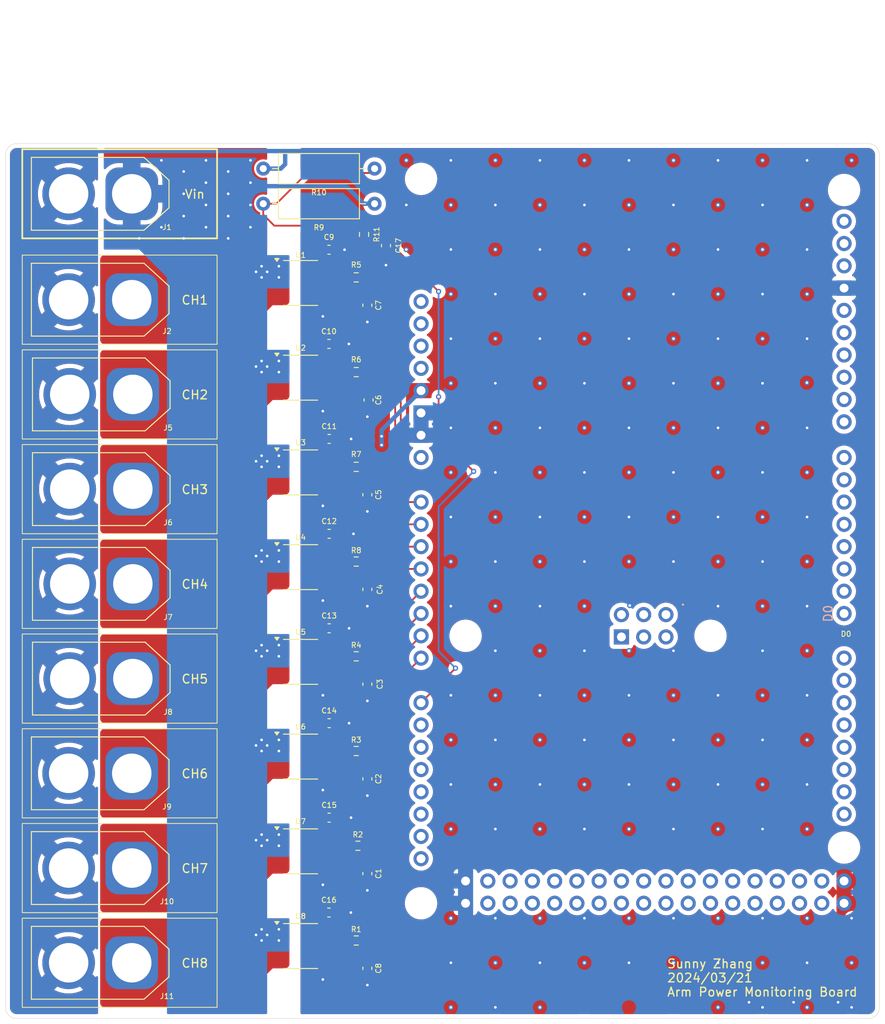
<source format=kicad_pcb>
(kicad_pcb (version 20240108) (generator "pcbnew") (generator_version "8.0")
  (layers (0 "F.Cu" signal) (31 "B.Cu" signal) (34 "B.Paste" user) (35 "F.Paste" user) (36 "B.SilkS" user "B.Silkscreen") (37 "F.SilkS" user "F.Silkscreen") (38 "B.Mask" user) (39 "F.Mask" user) (44 "Edge.Cuts" user))
  (net 0 "")
  (net 13 "+5V")
  (net 48 "Power Supply -")
  (net 59 "Net-(U8-VIOUT)")
  (net 63 "Net-(U7-VIOUT)")
  (net 71 "Net-(U6-VIOUT)")
  (net 72 "Net-(U5-VIOUT)")
  (net 75 "GND")
  (net 76 "Power Supply +")
  (net 77 "Arduino Mega A4")
  (net 78 "Arduino Mega A7")
  (net 79 "Arduino Mega A5")
  (net 80 "Arduino Mega A0")
  (net 81 "Arduino Mega A1")
  (net 82 "Arduino Mega A3")
  (net 83 "Arduino Mega A6")
  (net 84 "Arduino Mega A2")
  (net 85 "Motor 1 +")
  (net 86 "Motor 2 +")
  (net 87 "Motor 3 +")
  (net 88 "Motor 4 +")
  (net 89 "Motor 5 +")
  (net 90 "Motor 6 +")
  (net 91 "Motor 7 +")
  (net 92 "Motor 8 +")
  (net 100 "Net-(U1-VIOUT)")
  (net 101 "Net-(U2-VIOUT)")
  (net 102 "Net-(U3-VIOUT)")
  (net 103 "Net-(U4-VIOUT)")
  (net 104 "Arduino Mega A8")
  (net 105 "Net-(R10-Pad1)")
  (footprint "Capacitor_SMD:C_0603_1608Metric" (layer "F.Cu") (at 142.875 127.635 -90)
    (property "Reference" "C8")
    (property "Value" "0.1u")
  )
  (footprint "Package_SO:SOIC-8_3.9x4.9mm_P1.27mm" (layer "F.Cu") (at 135.255 125.095)
    (property "Reference" "U8")
    (property "Value" "ACS711xLCTR-25AB")
  )
  (footprint "Connector_AMASS:AMASS_XT60-M_1x02_P7.20mm_Vertical" (layer "F.Cu") (at 115.995 39.37 180)
    (property "Reference" "J1")
    (property "Value" "Conn_01x02_Pin")
  )
  (footprint "Capacitor_SMD:C_0603_1608Metric" (layer "F.Cu") (at 142.875 95.25 -90)
    (property "Reference" "C3")
    (property "Value" "0.1u")
  )
  (footprint "Resistor_SMD:R_0603_1608Metric" (layer "F.Cu") (at 141.605 70.485)
    (property "Reference" "R7")
    (property "Value" "100R")
  )
  (footprint "Package_SO:SOIC-8_3.9x4.9mm_P1.27mm" (layer "F.Cu") (at 135.255 60.325)
    (property "Reference" "U2")
    (property "Value" "ACS711xLCTR-25AB")
  )
  (footprint "Resistor_THT:R_Axial_DIN0309_L9.0mm_D3.2mm_P12.70mm_Horizontal" (layer "F.Cu") (at 143.7 40.5 180)
    (property "Reference" "R9")
    (property "Value" "R")
  )
  (footprint "Resistor_SMD:R_0603_1608Metric" (layer "F.Cu") (at 141.605 102.87)
    (property "Reference" "R3")
    (property "Value" "100R")
  )
  (footprint "Connector_AMASS:AMASS_XT60-M_1x02_P7.20mm_Vertical" (layer "F.Cu") (at 115.995 105.41 180)
    (property "Reference" "J9")
    (property "Value" "Conn_01x02_Pin")
  )
  (footprint "Connector_AMASS:AMASS_XT60-M_1x02_P7.20mm_Vertical" (layer "F.Cu") (at 116.12 83.82 180)
    (property "Reference" "J7")
    (property "Value" "Conn_01x02_Pin")
  )
  (footprint "Capacitor_SMD:C_0603_1608Metric" (layer "F.Cu") (at 145 45.275 -90)
    (property "Reference" "C17")
    (property "Value" "0.1u")
  )
  (footprint "Connector_AMASS:AMASS_XT60-M_1x02_P7.20mm_Vertical" (layer "F.Cu") (at 115.995 51.435 180)
    (property "Reference" "J2")
    (property "Value" "Conn_01x02_Pin")
  )
  (footprint "Connector_AMASS:AMASS_XT60-M_1x02_P7.20mm_Vertical" (layer "F.Cu") (at 116.12 62.23 180)
    (property "Reference" "J5")
    (property "Value" "Conn_01x02_Pin")
  )
  (footprint "Connector_AMASS:AMASS_XT60-M_1x02_P7.20mm_Vertical" (layer "F.Cu") (at 116.12 73.025 180)
    (property "Reference" "J6")
    (property "Value" "Conn_01x02_Pin")
  )
  (footprint "Connector_AMASS:AMASS_XT60-M_1x02_P7.20mm_Vertical" (layer "F.Cu") (at 115.995 116.205 180)
    (property "Reference" "J10")
    (property "Value" "Conn_01x02_Pin")
  )
  (footprint "arduino-library:Arduino_Mega2560_R3_Shield" (layer "F.Cu") (at 146.46 23.7 -90)
    (property "Reference" "A2" (hide yes))
    (property "Value" "Arduino_Mega2560_R3_Shield")
  )
  (footprint "Connector_AMASS:AMASS_XT60-M_1x02_P7.20mm_Vertical" (layer "F.Cu") (at 116.12 94.615 180)
    (property "Reference" "J8")
    (property "Value" "Conn_01x02_Pin")
  )
  (footprint "Capacitor_SMD:C_0603_1608Metric" (layer "F.Cu") (at 142.875 73.66 -90)
    (property "Reference" "C5")
    (property "Value" "0.1u")
  )
  (footprint "Resistor_SMD:R_0603_1608Metric" (layer "F.Cu") (at 141.605 124.46)
    (property "Reference" "R1")
    (property "Value" "100R")
  )
  (footprint "Capacitor_SMD:C_0603_1608Metric" (layer "F.Cu") (at 138.522267 67.303511)
    (property "Reference" "C11")
    (property "Value" "0.1u")
  )
  (footprint "Package_SO:SOIC-8_3.9x4.9mm_P1.27mm" (layer "F.Cu") (at 135.255 103.505)
    (property "Reference" "U6")
    (property "Value" "ACS711xLCTR-25AB")
  )
  (footprint "Package_SO:SOIC-8_3.9x4.9mm_P1.27mm" (layer "F.Cu") (at 135.255 49.53)
    (property "Reference" "U1")
    (property "Value" "ACS711xLCTR-25AB")
  )
  (footprint "Package_SO:SOIC-8_3.9x4.9mm_P1.27mm" (layer "F.Cu") (at 135.255 114.3)
    (property "Reference" "U7")
    (property "Value" "ACS711xLCTR-25AB")
  )
  (footprint "Capacitor_SMD:C_0603_1608Metric" (layer "F.Cu") (at 142.875 84.455 -90)
    (property "Reference" "C4")
    (property "Value" "0.1u")
  )
  (footprint "Capacitor_SMD:C_0603_1608Metric" (layer "F.Cu") (at 143.015 62.865 -90)
    (property "Reference" "C6")
    (property "Value" "0.1u")
  )
  (footprint "Capacitor_SMD:C_0603_1608Metric" (layer "F.Cu") (at 138.490514 121.279174)
    (property "Reference" "C16")
    (property "Value" "0.1u")
  )
  (footprint "Resistor_SMD:R_0603_1608Metric" (layer "F.Cu") (at 141.605 81.28)
    (property "Reference" "R8")
    (property "Value" "100R")
  )
  (footprint "Capacitor_SMD:C_0603_1608Metric" (layer "F.Cu") (at 142.875 116.84 -90)
    (property "Reference" "C1")
    (property "Value" "0.1u")
  )
  (footprint "Resistor_SMD:R_0603_1608Metric" (layer "F.Cu") (at 141.605 92.075)
    (property "Reference" "R4")
    (property "Value" "100R")
  )
  (footprint "Capacitor_SMD:C_0603_1608Metric" (layer "F.Cu") (at 138.499742 45.746334)
    (property "Reference" "C9")
    (property "Value" "0.1u")
  )
  (footprint "Capacitor_SMD:C_0603_1608Metric" (layer "F.Cu") (at 142.875 52.07 -90)
    (property "Reference" "C7")
    (property "Value" "0.1u")
  )
  (footprint "Connector_AMASS:AMASS_XT60-M_1x02_P7.20mm_Vertical" (layer "F.Cu") (at 115.995 127 180)
    (property "Reference" "J11")
    (property "Value" "Conn_01x02_Pin")
  )
  (footprint "Capacitor_SMD:C_0603_1608Metric" (layer "F.Cu") (at 138.515618 99.695591)
    (property "Reference" "C14")
    (property "Value" "0.1u")
  )
  (footprint "Resistor_SMD:R_0603_1608Metric" (layer "F.Cu") (at 141.605 48.895)
    (property "Reference" "R5")
    (property "Value" "100R")
  )
  (footprint "Resistor_THT:R_Axial_DIN0309_L9.0mm_D3.2mm_P12.70mm_Horizontal" (layer "F.Cu") (at 143.7 36.5 180)
    (property "Reference" "R10")
    (property "Value" "R")
  )
  (footprint "Capacitor_SMD:C_0603_1608Metric" (layer "F.Cu") (at 138.490876 56.477836)
    (property "Reference" "C10")
    (property "Value" "0.1u")
  )
  (footprint "Capacitor_SMD:C_0603_1608Metric" (layer "F.Cu") (at 142.875 106.045 -90)
    (property "Reference" "C2")
    (property "Value" "0.1u")
  )
  (footprint "Resistor_SMD:R_0603_1608Metric" (layer "F.Cu") (at 141.795 113.665)
    (property "Reference" "R2")
    (property "Value" "100R")
  )
  (footprint "Resistor_SMD:R_0603_1608Metric" (layer "F.Cu") (at 142.5 44 -90)
    (property "Reference" "R11")
    (property "Value" "100R")
  )
  (footprint "Resistor_SMD:R_0603_1608Metric" (layer "F.Cu") (at 141.605 59.69)
    (property "Reference" "R6")
    (property "Value" "100R")
  )
  (footprint "Capacitor_SMD:C_0603_1608Metric" (layer "F.Cu") (at 138.515618 88.883214)
    (property "Reference" "C13")
    (property "Value" "0.1u")
  )
  (footprint "Package_SO:SOIC-8_3.9x4.9mm_P1.27mm" (layer "F.Cu") (at 135.255 81.915)
    (property "Reference" "U4")
    (property "Value" "ACS711xLCTR-25AB")
  )
  (footprint "Capacitor_SMD:C_0603_1608Metric" (layer "F.Cu") (at 138.517835 78.115889)
    (property "Reference" "C12")
    (property "Value" "0.1u")
  )
  (footprint "Package_SO:SOIC-8_3.9x4.9mm_P1.27mm" (layer "F.Cu") (at 135.255 71.12)
    (property "Reference" "U3")
    (property "Value" "ACS711xLCTR-25AB")
  )
  (footprint "Package_SO:SOIC-8_3.9x4.9mm_P1.27mm" (layer "F.Cu") (at 135.255 92.71)
    (property "Reference" "U5")
    (property "Value" "ACS711xLCTR-25AB")
  )
  (footprint "Capacitor_SMD:C_0603_1608Metric" (layer "F.Cu") (at 138.515747 110.462917)
    (property "Reference" "C15")
    (property "Value" "0.1u")
  )
  (footprint "NetTie:NetTie-2_SMD_Pad0.5mm" (layer "B.Cu") (at 133 34.5)
    (property "Reference" "NT1" (hide yes))
    (property "Value" "NetTie_2" (hide yes))
  )
  (gr_rect (start 103.505 100.33) (end 125.73 110.49) (stroke (width 0.1)) (fill none) (layer "F.SilkS"))
  (gr_rect (start 103.505 111.125) (end 125.73 121.285) (stroke (width 0.1)) (fill none) (layer "F.SilkS"))
  (gr_rect (start 103.505 121.92) (end 125.73 132.08) (stroke (width 0.1)) (fill none) (layer "F.SilkS"))
  (gr_rect (start 103.505 89.535) (end 125.73 99.695) (stroke (width 0.1)) (fill none) (layer "F.SilkS"))
  (gr_rect (start 103.505 57.15) (end 125.73 67.31) (stroke (width 0.1)) (fill none) (layer "F.SilkS"))
  (gr_rect (start 103.505 34.29) (end 125.73 44.45) (stroke (width 0.2)) (fill none) (layer "F.SilkS"))
  (gr_rect (start 103.505 78.74) (end 125.73 88.9) (stroke (width 0.1)) (fill none) (layer "F.SilkS"))
  (gr_rect (start 103.505 67.945) (end 125.73 78.105) (stroke (width 0.1)) (fill none) (layer "F.SilkS"))
  (gr_rect (start 103.505 46.355) (end 125.73 56.515) (stroke (width 0.1)) (fill none) (layer "F.SilkS"))
  (gr_arc (start 102.87 133.35) (mid 101.971974 132.978026) (end 101.6 132.08) (stroke (width 0.05)) (layer "Edge.Cuts"))
  (gr_line (start 201.295 34.925) (end 201.295 132.08) (stroke (width 0.05)) (layer "Edge.Cuts"))
  (gr_arc (start 200.025 33.655) (mid 200.923026 34.026974) (end 201.295 34.925) (stroke (width 0.05)) (layer "Edge.Cuts"))
  (gr_line (start 102.87 33.655) (end 200.025 33.655) (stroke (width 0.05)) (layer "Edge.Cuts"))
  (gr_line (start 200.025 133.35) (end 102.87 133.35) (stroke (width 0.05)) (layer "Edge.Cuts"))
  (gr_arc (start 201.295 132.08) (mid 200.923026 132.978026) (end 200.025 133.35) (stroke (width 0.05)) (layer "Edge.Cuts"))
  (gr_arc (start 101.6 34.925) (mid 101.971974 34.026974) (end 102.87 33.655) (stroke (width 0.05)) (layer "Edge.Cuts"))
  (gr_line (start 101.6 132.08) (end 101.6 34.925) (stroke (width 0.05)) (layer "Edge.Cuts"))
  (gr_text "CH6" (at 123.19 106.045 0) (layer "F.SilkS") (effects (font (size 1 1)) (justify bottom)))
  (gr_text "CH7" (at 123.19 116.84 0) (layer "F.SilkS") (effects (font (size 1 1)) (justify bottom)))
  (gr_text "CH4" (at 123.19 84.455 0) (layer "F.SilkS") (effects (font (size 1 1)) (justify bottom)))
  (gr_text "Sunny Zhang\n2024/03/21\nArm Power Monitoring Board" (at 177 130.92 0) (layer "F.SilkS") (effects (font (size 1 1)) (justify left bottom)))
  (gr_text "CH3" (at 123.19 73.66 0) (layer "F.SilkS") (effects (font (size 1 1)) (justify bottom)))
  (gr_text "CH2" (at 123.19 62.865 0) (layer "F.SilkS") (effects (font (size 1 1)) (justify bottom)))
  (gr_text "Vin" (at 123.19 40.005 0) (layer "F.SilkS") (effects (font (size 1 1)) (justify bottom)))
  (gr_text "CH5" (at 123.19 95.25 0) (layer "F.SilkS") (effects (font (size 1 1)) (justify bottom)))
  (gr_text "CH1" (at 123.19 52.07 0) (layer "F.SilkS") (effects (font (size 1 1)) (justify bottom)))
  (gr_text "CH8" (at 123.19 127.635 0) (layer "F.SilkS") (effects (font (size 1 1)) (justify bottom)))
  (via (at 187.96 45.72) (size 0.6) (drill 0.3) (layers "F.Cu" "B.Cu") (net 13))
  (via (at 167.64 45.72) (size 0.6) (drill 0.3) (layers "F.Cu" "B.Cu") (net 13))
  (via (at 172.72 60.96) (size 0.6) (drill 0.3) (layers "F.Cu" "B.Cu") (net 13))
  (via (at 152.4 60.96) (size 0.6) (drill 0.3) (layers "F.Cu" "B.Cu") (net 13))
  (via (at 167.64 35.56) (size 0.6) (drill 0.3) (layers "F.Cu" "B.Cu") (net 13))
  (via (at 152.4 71.12) (size 0.6) (drill 0.3) (layers "F.Cu" "B.Cu") (net 13))
  (via (at 172.72 121.92) (size 0.6) (drill 0.3) (layers "F.Cu" "B.Cu") (net 13))
  (via (at 167.64 55.88) (size 0.6) (drill 0.3) (layers "F.Cu" "B.Cu") (net 13))
  (via (at 157.48 35.56) (size 0.6) (drill 0.3) (layers "F.Cu" "B.Cu") (net 13))
  (via (at 182.88 40.64) (size 0.6) (drill 0.3) (layers "F.Cu" "B.Cu") (net 13))
  (via (at 152.4 50.8) (size 0.6) (drill 0.3) (layers "F.Cu" "B.Cu") (net 13))
  (via (at 162.56 101.6) (size 0.6) (drill 0.3) (layers "F.Cu" "B.Cu") (net 13))
  (via (at 162.56 121.92) (size 0.6) (drill 0.3) (layers "F.Cu" "B.Cu") (net 13))
  (via (at 193.04 132.08) (size 0.6) (drill 0.3) (layers "F.Cu" "B.Cu") (net 13))
  (via (at 182.88 111.76) (size 0.6) (drill 0.3) (layers "F.Cu" "B.Cu") (net 13))
  (via (at 172.72 50.8) (size 0.6) (drill 0.3) (layers "F.Cu" "B.Cu") (net 13))
  (via (at 162.56 50.8) (size 0.6) (drill 0.3) (layers "F.Cu" "B.Cu") (net 13))
  (via (at 172.72 81.28) (size 0.6) (drill 0.3) (layers "F.Cu" "B.Cu") (net 13))
  (via (at 157.48 106.68) (size 0.6) (drill 0.3) (layers "F.Cu" "B.Cu") (net 13))
  (via (at 191.5 131.5) (size 0.6) (drill 0.3) (layers "F.Cu" "B.Cu") (net 13))
  (via (at 187.96 106.68) (size 0.6) (drill 0.3) (layers "F.Cu" "B.Cu") (net 13))
  (via (at 198.12 35.56) (size 0.6) (drill 0.3) (layers "F.Cu" "B.Cu") (net 13))
  (via (at 187.96 86.36) (size 0.6) (drill 0.3) (layers "F.Cu" "B.Cu") (net 13))
  (via (at 167.64 96.52) (size 0.6) (drill 0.3) (layers "F.Cu" "B.Cu") (net 13))
  (via (at 162.56 81.28) (size 0.6) (drill 0.3) (layers "F.Cu" "B.Cu") (net 13))
  (via (at 152.4 132.08) (size 0.6) (drill 0.3) (layers "F.Cu" "B.Cu") (net 13))
  (via (at 193.018347 60.895041) (size 0.6) (drill 0.3) (layers "F.Cu" "B.Cu") (net 13))
  (via (at 177.8 55.88) (size 0.6) (drill 0.3) (layers "F.Cu" "B.Cu") (net 13))
  (via (at 162.56 40.64) (size 0.6) (drill 0.3) (layers "F.Cu" "B.Cu") (net 13))
  (via (at 182.88 101.6) (size 0.6) (drill 0.3) (layers "F.Cu" "B.Cu") (net 13))
  (via (at 167.64 106.68) (size 0.6) (drill 0.3) (layers "F.Cu" "B.Cu") (net 13))
  (via (at 162.56 91.44) (size 0.6) (drill 0.3) (layers "F.Cu" "B.Cu") (net 13))
  (via (at 147.32 45.72) (size 0.6) (drill 0.3) (layers "F.Cu" "B.Cu") (net 13))
  (via (at 177.8 127) (size 0.6) (drill 0.3) (layers "F.Cu" "B.Cu") (net 13))
  (via (at 177.8 45.72) (size 0.6) (drill 0.3) (layers "F.Cu" "B.Cu") (net 13))
  (via (at 167.64 86.36) (size 0.6) (drill 0.3) (layers "F.Cu" "B.Cu") (net 13))
  (via (at 167.64 127) (size 0.6) (drill 0.3) (layers "F.Cu" "B.Cu") (net 13))
  (via (at 157.48 86.36) (size 0.6) (drill 0.3) (layers "F.Cu" "B.Cu") (net 13))
  (via (at 193.04 40.64) (size 0.6) (drill 0.3) (layers "F.Cu" "B.Cu") (net 13))
  (via (at 182.88 81.28) (size 0.6) (drill 0.3) (layers "F.Cu" "B.Cu") (net 13))
  (via (at 177.8 35.56) (size 0.6) (drill 0.3) (layers "F.Cu" "B.Cu") (net 13))
  (via (at 152.4 101.6) (size 0.6) (drill 0.3) (layers "F.Cu" "B.Cu") (net 13))
  (via (at 167.64 66.04) (size 0.6) (drill 0.3) (layers "F.Cu" "B.Cu") (net 13))
  (via (at 193.04 71.12) (size 0.6) (drill 0.3) (layers "F.Cu" "B.Cu") (net 13))
  (via (at 193.04 111.76) (size 0.6) (drill 0.3) (layers "F.Cu" "B.Cu") (net 13))
  (via (at 182.88 132.08) (size 0.6) (drill 0.3) (layers "F.Cu" "B.Cu") (net 13))
  (via (at 172.72 40.64) (size 0.6) (drill 0.3) (layers "F.Cu" "B.Cu") (net 13))
  (via (at 177.8 106.68) (size 0.6) (drill 0.3) (layers "F.Cu" "B.Cu") (net 13))
  (via (at 182.88 71.12) (size 0.6) (drill 0.3) (layers "F.Cu" "B.Cu") (net 13))
  (via (at 187.96 127) (size 0.6) (drill 0.3) (layers "F.Cu" "B.Cu") (net 13))
  (via (at 157.48 66.04) (size 0.6) (drill 0.3) (layers "F.Cu" "B.Cu") (net 13))
  (via (at 193.04 91.44) (size 0.6) (drill 0.3) (layers "F.Cu" "B.Cu") (net 13))
  (via (at 182.88 50.8) (size 0.6) (drill 0.3) (layers "F.Cu" "B.Cu") (net 13))
  (via (at 193.04 101.6) (size 0.6) (drill 0.3) (layers "F.Cu" "B.Cu") (net 13))
  (via (at 187.96 55.88) (size 0.6) (drill 0.3) (layers "F.Cu" "B.Cu") (net 13))
  (via (at 167.64 76.2) (size 0.6) (drill 0.3) (layers "F.Cu" "B.Cu") (net 13))
  (via (at 144.5 67) (size 0.6) (drill 0.3) (layers "F.Cu" "B.Cu") (net 13))
  (via (at 144.5 68) (size 0.6) (drill 0.3) (layers "F.Cu" "B.Cu") (net 13))
  (via (at 152.4 121.92) (size 0.6) (drill 0.3) (layers "F.Cu" "B.Cu") (net 13))
  (via (at 157.48 96.52) (size 0.6) (drill 0.3) (layers "F.Cu" "B.Cu") (net 13))
  (via (at 193.04 81.28) (size 0.6) (drill 0.3) (layers "F.Cu" "B.Cu") (net 13))
  (via (at 172.72 101.6) (size 0.6) (drill 0.3) (layers "F.Cu" "B.Cu") (net 13))
  (via (at 182.88 60.96) (size 0.6) (drill 0.3) (layers "F.Cu" "B.Cu") (net 13))
  (via (at 162.56 60.96) (size 0.6) (drill 0.3) (layers "F.Cu" "B.Cu") (net 13))
  (via (at 152.4 81.28) (size 0.6) (drill 0.3) (layers "F.Cu" "B.Cu") (net 13))
  (via (at 187.96 96.52) (size 0.6) (drill 0.3) (layers "F.Cu" "B.Cu") (net 13))
  (via (at 177.8 66.04) (size 0.6) (drill 0.3) (layers "F.Cu" "B.Cu") (net 13))
  (via (at 187.96 66.04) (size 0.6) (drill 0.3) (layers "F.Cu" "B.Cu") (net 13))
  (via (at 152.4 111.76) (size 0.6) (drill 0.3) (layers "F.Cu" "B.Cu") (net 13))
  (via (at 172.72 111.76) (size 0.6) (drill 0.3) (layers "F.Cu" "B.Cu") (net 13))
  (via (at 172.72 91.44) (size 0.6) (drill 0.3) (layers "F.Cu" "B.Cu") (net 13))
  (via (at 157.48 55.88) (size 0.6) (drill 0.3) (layers "F.Cu" "B.Cu") (net 13))
  (via (at 172.72 71.12) (size 0.6) (drill 0.3) (layers "F.Cu" "B.Cu") (net 13))
  (via (at 198.12 127) (size 0.6) (drill 0.3) (layers "F.Cu" "B.Cu") (net 13))
  (via (at 162.56 71.12) (size 0.6) (drill 0.3) (layers "F.Cu" "B.Cu") (net 13))
  (via (at 193.04 50.8) (size 0.6) (drill 0.3) (layers "F.Cu" "B.Cu") (net 13))
  (via (at 162.56 111.76) (size 0.6) (drill 0.3) (layers "F.Cu" "B.Cu") (net 13))
  (via (at 157.48 127) (size 0.6) (drill 0.3) (layers "F.Cu" "B.Cu") (net 13))
  (via (at 187.96 76.2) (size 0.6) (drill 0.3) (layers "F.Cu" "B.Cu") (net 13))
  (via (at 177.8 76.2) (size 0.6) (drill 0.3) (layers "F.Cu" "B.Cu") (net 13))
  (via (at 177.8 96.52) (size 0.6) (drill 0.3) (layers "F.Cu" "B.Cu") (net 13))
  (via (at 157.48 45.72) (size 0.6) (drill 0.3) (layers "F.Cu" "B.Cu") (net 13))
  (via (at 152.4 40.64) (size 0.6) (drill 0.3) (layers "F.Cu" "B.Cu") (net 13))
  (via (at 147.32 35.56) (size 0.6) (drill 0.3) (layers "F.Cu" "B.Cu") (net 13))
  (via (at 182.88 121.92) (size 0.6) (drill 0.3) (layers "F.Cu" "B.Cu") (net 13))
  (via (at 162.56 132.08) (size 0.6) (drill 0.3) (layers "F.Cu" "B.Cu") (net 13))
  (via (at 187.96 35.56) (size 0.6) (drill 0.3) (layers "F.Cu" "B.Cu") (net 13))
  (via (at 193.04 121.92) (size 0.6) (drill 0.3) (layers "F.Cu" "B.Cu") (net 13))
  (via (at 157.48 76.2) (size 0.6) (drill 0.3) (layers "F.Cu" "B.Cu") (net 13))
  (segment (start 144.5 66.3) (end 144.5 67) (width 0.5) (layer "B.Cu") (net 13))
  (segment (start 144.5 67) (end 144.5 68) (width 0.5) (layer "B.Cu") (net 13))
  (segment (start 149 61.8) (end 144.5 66.3) (width 0.5) (layer "B.Cu") (net 13))
  (segment (start 132.5 34.5) (end 111.5 34.5) (width 0.5) (layer "B.Cu") (net 48))
  (segment (start 140.78 124.46) (end 137.73 124.46) (width 0.2) (layer "F.Cu") (net 59))
  (segment (start 140.97 113.665) (end 137.73 113.665) (width 0.2) (layer "F.Cu") (net 63))
  (segment (start 140.78 102.87) (end 137.73 102.87) (width 0.2) (layer "F.Cu") (net 71))
  (segment (start 140.78 92.075) (end 137.73 92.075) (width 0.2) (layer "F.Cu") (net 72))
  (segment (start 139.290618 99.695591) (end 140.790618 99.695591) (width 0.2) (layer "F.Cu") (net 75))
  (segment (start 137.73 53.275) (end 137.795 53.34) (width 0.2) (layer "F.Cu") (net 75))
  (segment (start 137.73 107.25) (end 137.795 107.315) (width 0.2) (layer "F.Cu") (net 75))
  (segment (start 137.73 64.07) (end 137.795 64.135) (width 0.2) (layer "F.Cu") (net 75))
  (segment (start 137.73 83.82) (end 137.73 85.66) (width 0.2) (layer "F.Cu") (net 75))
  (segment (start 140.274742 45.746334) (end 139.274742 45.746334) (width 0.2) (layer "F.Cu") (net 75))
  (segment (start 137.73 94.615) (end 137.73 96.455) (width 0.2) (layer "F.Cu") (net 75))
  (segment (start 139.292835 78.115889) (end 139.792835 78.115889) (width 0.2) (layer "F.Cu") (net 75))
  (segment (start 142.875 128.41) (end 142.875 129.54) (width 0.2) (layer "F.Cu") (net 75))
  (segment (start 137.73 96.455) (end 137.795 96.52) (width 0.2) (layer "F.Cu") (net 75))
  (segment (start 137.73 105.41) (end 137.73 107.25) (width 0.2) (layer "F.Cu") (net 75))
  (segment (start 137.73 128.84) (end 137.795 128.905) (width 0.2) (layer "F.Cu") (net 75))
  (segment (start 139.265514 121.279174) (end 140.990514 121.279174) (width 0.2) (layer "F.Cu") (net 75))
  (segment (start 142.875 85.23) (end 142.875 86.36) (width 0.2) (layer "F.Cu") (net 75))
  (segment (start 137.73 127) (end 137.73 128.84) (width 0.2) (layer "F.Cu") (net 75))
  (segment (start 137.725 118.18) (end 137.795 118.11) (width 0.2) (layer "F.Cu") (net 75))
  (segment (start 145 46.05) (end 145 47.5) (width 0.2) (layer "F.Cu") (net 75))
  (segment (start 139.290747 110.462917) (end 141.015747 110.462917) (width 0.2) (layer "F.Cu") (net 75))
  (segment (start 139.265876 56.477836) (end 140.765876 56.477836) (width 0.2) (layer "F.Cu") (net 75))
  (segment (start 137.73 116.205) (end 137.73 118.045) (width 0.2) (layer "F.Cu") (net 75))
  (segment (start 139.297267 67.303511) (end 141.022267 67.303511) (width 0.2) (layer "F.Cu") (net 75))
  (segment (start 142.875 96.025) (end 142.875 97.155) (width 0.2) (layer "F.Cu") (net 75))
  (segment (start 142.875 52.845) (end 142.875 53.975) (width 0.2) (layer "F.Cu") (net 75))
  (segment (start 137.73 73.025) (end 137.73 74.865) (width 0.2) (layer "F.Cu") (net 75))
  (segment (start 143.015 63.64) (end 143.015 64.63) (width 0.2) (layer "F.Cu") (net 75))
  (segment (start 143.015 64.63) (end 142.875 64.77) (width 0.2) (layer "F.Cu") (net 75))
  (segment (start 137.657577 96.657423) (end 137.795 96.52) (width 0.2) (layer "F.Cu") (net 75))
  (segment (start 137.725 128.975) (end 137.795 128.905) (width 0.2) (layer "F.Cu") (net 75))
  (segment (start 142.875 74.435) (end 142.875 75.565) (width 0.2) (layer "F.Cu") (net 75))
  (segment (start 137.73 51.435) (end 137.73 53.275) (width 0.2) (layer "F.Cu") (net 75))
  (segment (start 137.775 74.95) (end 137.795 74.93) (width 0.2) (layer "F.Cu") (net 75))
  (segment (start 142.875 106.82) (end 142.875 107.95) (width 0.2) (layer "F.Cu") (net 75))
  (segment (start 139.290618 88.883214) (end 140.790618 88.883214) (width 0.2) (layer "F.Cu") (net 75))
  (segment (start 139.792835 78.115889) (end 141.292835 78.115889) (width 0.2) (layer "F.Cu") (net 75))
  (segment (start 137.73 118.045) (end 137.795 118.11) (width 0.2) (layer "F.Cu") (net 75))
  (segment (start 137.73 62.23) (end 137.73 64.07) (width 0.2) (layer "F.Cu") (net 75))
  (segment (start 137.73 85.66) (end 137.795 85.725) (width 0.2) (layer "F.Cu") (net 75))
  (segment (start 137.73 74.865) (end 137.795 74.93) (width 0.2) (layer "F.Cu") (net 75))
  (segment (start 142.875 117.615) (end 142.875 118.745) (width 0.2) (layer "F.Cu") (net 75))
  (via (at 198.12 121.92) (size 0.6) (drill 0.3) (layers "F.Cu" "B.Cu") (net 75))
  (via (at 140.765876 56.477836) (size 0.6) (drill 0.3) (layers "F.Cu" "B.Cu") (net 75))
  (via (at 157.48 40.64) (size 0.6) (drill 0.3) (layers "F.Cu" "B.Cu") (net 75))
  (via (at 162.56 76.2) (size 0.6) (drill 0.3) (layers "F.Cu" "B.Cu") (net 75))
  (via (at 193.04 66.04) (size 0.6) (drill 0.3) (layers "F.Cu" "B.Cu") (net 75))
  (via (at 186.42 131.5) (size 0.6) (drill 0.3) (layers "F.Cu" "B.Cu") (net 75))
  (via (at 157.48 81.28) (size 0.6) (drill 0.3) (layers "F.Cu" "B.Cu") (net 75))
  (via (at 187.96 40.64) (size 0.6) (drill 0.3) (layers "F.Cu" "B.Cu") (net 75))
  (via (at 152.4 35.56) (size 0.6) (drill 0.3) (layers "F.Cu" "B.Cu") (net 75))
  (via (at 182.88 66.04) (size 0.6) (drill 0.3) (layers "F.Cu" "B.Cu") (net 75))
  (via (at 172.72 35.56) (size 0.6) (drill 0.3) (layers "F.Cu" "B.Cu") (net 75))
  (via (at 187.96 132.08) (size 0.6) (drill 0.3) (layers "F.Cu" "B.Cu") (net 75))
  (via (at 162.56 96.52) (size 0.6) (drill 0.3) (layers "F.Cu" "B.Cu") (net 75))
  (via (at 167.64 81.28) (size 0.6) (drill 0.3) (layers "F.Cu" "B.Cu") (net 75))
  (via (at 152.4 127) (size 0.6) (drill 0.3) (layers "F.Cu" "B.Cu") (net 75))
  (via (at 140.790618 99.695591) (size 0.6) (drill 0.3) (layers "F.Cu" "B.Cu") (net 75))
  (via (at 177.8 91.44) (size 0.6) (drill 0.3) (layers "F.Cu" "B.Cu") (net 75))
  (via (at 167.64 50.8) (size 0.6) (drill 0.3) (layers "F.Cu" "B.Cu") (net 75))
  (via (at 182.88 55.88) (size 0.6) (drill 0.3) (layers "F.Cu" "B.Cu") (net 75))
  (via (at 182.88 106.68) (size 0.6) (drill 0.3) (layers "F.Cu" "B.Cu") (net 75))
  (via (at 167.64 91.44) (size 0.6) (drill 0.3) (layers "F.Cu" "B.Cu") (net 75))
  (via (at 172.72 127) (size 0.6) (drill 0.3) (layers "F.Cu" "B.Cu") (net 75))
  (via (at 177.8 40.64) (size 0.6) (drill 0.3) (layers "F.Cu" "B.Cu") (net 75))
  (via (at 187.96 91.44) (size 0.6) (drill 0.3) (layers "F.Cu" "B.Cu") (net 75))
  (via (at 157.48 91.44) (size 0.6) (drill 0.3) (layers "F.Cu" "B.Cu") (net 75))
  (via (at 172.809819 86.283011) (size 0.6) (drill 0.3) (layers "F.Cu" "B.Cu") (net 75))
  (via (at 152.4 96.52) (size 0.6) (drill 0.3) (layers "F.Cu" "B.Cu") (net 75))
  (via (at 162.56 55.88) (size 0.6) (drill 0.3) (layers "F.Cu" "B.Cu") (net 75))
  (via (at 142.875 107.95) (size 0.6) (drill 0.3) (layers "F.Cu" "B.Cu") (net 75))
  (via (at 140.274742 45.746334) (size 0.6) (drill 0.3) (layers "F.Cu" "B.Cu") (net 75))
  (via (at 187.96 50.8) (size 0.6) (drill 0.3) (layers "F.Cu" "B.Cu") (net 75))
  (via (at 196.58 131.5) (size 0.6) (drill 0.3) (layers "F.Cu" "B.Cu") (net 75))
  (via (at 157.48 121.92) (size 0.6) (drill 0.3) (layers "F.Cu" "B.Cu") (net 75))
  (via (at 157.48 101.6) (size 0.6) (drill 0.3) (layers "F.Cu" "B.Cu") (net 75))
  (via (at 182.88 76.2) (size 0.6) (drill 0.3) (layers "F.Cu" "B.Cu") (net 75))
  (via (at 167.64 101.6) (size 0.6) (drill 0.3) (layers "F.Cu" "B.Cu") (net 75))
  (via (at 137.795 85.725) (size 0.6) (drill 0.3) (layers "F.Cu" "B.Cu") (net 75))
  (via (at 193.04 86.36) (size 0.6) (drill 0.3) (layers "F.Cu" "B.Cu") (net 75))
  (via (at 157.48 132.08) (size 0.6) (drill 0.3) (layers "F.Cu" "B.Cu") (net 75))
  (via (at 167.64 111.76) (size 0.6) (drill 0.3) (layers "F.Cu" "B.Cu") (net 75))
  (via (at 167.64 121.92) (size 0.6) (drill 0.3) (layers "F.Cu" "B.Cu") (net 75))
  (via (at 162.56 35.56) (size 0.6) (drill 0.3) (layers "F.Cu" "B.Cu") (net 75))
  (via (at 193.04 55.88) (size 0.6) (drill 0.3) (layers "F.Cu" "B.Cu") (net 75))
  (via (at 198.12 132.08) (size 0.6) (drill 0.3) (layers "F.Cu" "B.Cu") (net 75))
  (via (at 162.56 127) (size 0.6) (drill 0.3) (layers "F.Cu" "B.Cu") (net 75))
  (via (at 137.795 53.34) (size 0.6) (drill 0.3) (layers "F.Cu" "B.Cu") (net 75))
  (via (at 152.4 86.36) (size 0.6) (drill 0.3) (layers "F.Cu" "B.Cu") (net 75))
  (via (at 177.8 71.12) (size 0.6) (drill 0.3) (layers "F.Cu" "B.Cu") (net 75))
  (via (at 177.8 50.8) (size 0.6) (drill 0.3) (layers "F.Cu" "B.Cu") (net 75))
  (via (at 172.72 45.72) (size 0.6) (drill 0.3) (layers "F.Cu" "B.Cu") (net 75))
  (via (at 177.8 121.92) (size 0.6) (drill 0.3) (layers "F.Cu" "B.Cu") (net 75))
  (via (at 152.4 106.68) (size 0.6) (drill 0.3) (layers "F.Cu" "B.Cu") (net 75))
  (via (at 187.96 71.12) (size 0.6) (drill 0.3) (layers "F.Cu" "B.Cu") (net 75))
  (via (at 152.4 76.2) (size 0.6) (drill 0.3) (layers "F.Cu" "B.Cu") (net 75))
  (via (at 193.04 127) (size 0.6) (drill 0.3) (layers "F.Cu" "B.Cu") (net 75))
  (via (at 172.72 106.68) (size 0.6) (drill 0.3) (layers "F.Cu" "B.Cu") (net 75))
  (via (at 187.96 121.92) (size 0.6) (drill 0.3) (layers "F.Cu" "B.Cu") (net 75))
  (via (at 142.875 129.54) (size 0.6) (drill 0.3) (layers "F.Cu" "B.Cu") (net 75))
  (via (at 142.875 64.77) (size 0.6) (drill 0.3) (layers "F.Cu" "B.Cu") (net 75))
  (via (at 167.64 40.64) (size 0.6) (drill 0.3) (layers "F.Cu" "B.Cu") (net 75))
  (via (at 177.8 101.6) (size 0.6) (drill 0.3) (layers "F.Cu" "B.Cu") (net 75))
  (via (at 172.72 76.2) (size 0.6) (drill 0.3) (layers "F.Cu" "B.Cu") (net 75))
  (via (at 182.88 35.56) (size 0.6) (drill 0.3) (layers "F.Cu" "B.Cu") (net 75))
  (via (at 141.292835 78.115889) (size 0.6) (drill 0.3) (layers "F.Cu" "B.Cu") (net 75))
  (via (at 172.72 96.52) (size 0.6) (drill 0.3) (layers "F.Cu" "B.Cu") (net 75))
  (via (at 142.875 118.745) (size 0.6) (drill 0.3) (layers "F.Cu" "B.Cu") (net 75))
  (via (at 142.875 86.36) (size 0.6) (drill 0.3) (layers "F.Cu" "B.Cu") (net 75))
  (via (at 141.015747 110.462917) (size 0.6) (drill 0.3) (layers "F.Cu" "B.Cu") (net 75))
  (via (at 137.795 118.11) (size 0.6) (drill 0.3) (layers "F.Cu" "B.Cu") (net 75))
  (via (at 152.4 45.72) (size 0.6) (drill 0.3) (layers "F.Cu" "B.Cu") (net 75))
  (via (at 167.64 60.96) (size 0.6) (drill 0.3) (layers "F.Cu" "B.Cu") (net 75))
  (via (at 187.96 101.6) (size 0.6) (drill 0.3) (layers "F.Cu" "B.Cu") (net 75))
  (via (at 157.48 111.76) (size 0.6) (drill 0.3) (layers "F.Cu" "B.Cu") (net 75))
  (via (at 141.022267 67.303511) (size 0.6) (drill 0.3) (layers "F.Cu" "B.Cu") (net 75))
  (via (at 137.795 96.52) (size 0.6) (drill 0.3) (layers "F.Cu" "B.Cu") (net 75))
  (via (at 182.88 45.72) (size 0.6) (drill 0.3) (layers "F.Cu" "B.Cu") (net 75))
  (via (at 157.48 71.12) (size 0.6) (drill 0.3) (layers "F.Cu" "B.Cu") (net 75))
  (via (at 172.72 66.04) (size 0.6) (drill 0.3) (layers "F.Cu" "B.Cu") (net 75))
  (via (at 167.64 71.12) (size 0.6) (drill 0.3) (layers "F.Cu" "B.Cu") (net 75))
  (via (at 152.4 66.04) (size 0.6) (drill 0.3) (layers "F.Cu" "B.Cu") (net 75))
  (via (at 172.72 55.88) (size 0.6) (drill 0.3) (layers "F.Cu" "B.Cu") (net 75))
  (via (at 140.790618 88.883214) (size 0.6) (drill 0.3) (layers "F.Cu" "B.Cu") (net 75))
  (via (at 187.96 81.28) (size 0.6) (drill 0.3) (layers "F.Cu" "B.Cu") (net 75))
  (via (at 137.795 107.315) (size 0.6) (drill 0.3) (layers "F.Cu" "B.Cu") (net 75))
  (via (at 162.56 86.36) (size 0.6) (drill 0.3) (layers "F.Cu" "B.Cu") (net 75))
  (via (at 182.88 96.52) (size 0.6) (drill 0.3) (layers "F.Cu" "B.Cu") (net 75))
  (via (at 187.96 111.76) (size 0.6) (drill 0.3) (layers "F.Cu" "B.Cu") (net 75))
  (via (at 162.56 45.72) (size 0.6) (drill 0.3) (layers "F.Cu" "B.Cu") (net 75))
  (via (at 162.56 66.04) (size 0.6) (drill 0.3) (layers "F.Cu" "B.Cu") (net 75))
  (via (at 193.04 76.2) (size 0.6) (drill 0.3) (layers "F.Cu" "B.Cu") (net 75))
  (via (at 177.8 81.28) (size 0.6) (drill 0.3) (layers "F.Cu" "B.Cu") (net 75))
  (via (at 140.990514 121.279174) (size 0.6) (drill 0.3) (layers "F.Cu" "B.Cu") (net 75))
  (via (at 162.56 106.68) (size 0.6) (drill 0.3) (layers "F.Cu" "B.Cu") (net 75))
  (via (at 137.795 128.905) (size 0.6) (drill 0.3) (layers "F.Cu" "B.Cu") (net 75))
  (via (at 182.88 127) (size 0.6) (drill 0.3) (layers "F.Cu" "B.Cu") (net 75))
  (via (at 145 47.5) (size 0.6) (drill 0.3) (layers "F.Cu" "B.Cu") (net 75))
  (via (at 157.48 60.96) (size 0.6) (drill 0.3) (layers "F.Cu" "B.Cu") (net 75))
  (via (at 142.875 97.155) (size 0.6) (drill 0.3) (layers "F.Cu" "B.Cu") (net 75))
  (via (at 142.875 53.975) (size 0.6) (drill 0.3) (layers "F.Cu" "B.Cu") (net 75))
  (via (at 193.04 45.72) (size 0.6) (drill 0.3) (layers "F.Cu" "B.Cu") (net 75))
  (via (at 152.4 55.88) (size 0.6) (drill 0.3) (layers "F.Cu" "B.Cu") (net 75))
  (via (at 193.04 106.68) (size 0.6) (drill 0.3) (layers "F.Cu" "B.Cu") (net 75))
  (via (at 157.48 50.8) (size 0.6) (drill 0.3) (layers "F.Cu" "B.Cu") (net 75))
  (via (at 142.875 75.565) (size 0.6) (drill 0.3) (layers "F.Cu" "B.Cu") (net 75))
  (via (at 193.04 35.56) (size 0.6) (drill 0.3) (layers "F.Cu" "B.Cu") (net 75))
  (via (at 177.8 60.96) (size 0.6) (drill 0.3) (layers "F.Cu" "B.Cu") (net 75))
  (via (at 137.795 64.135) (size 0.6) (drill 0.3) (layers "F.Cu" "B.Cu") (net 75))
  (via (at 193.04 96.52) (size 0.6) (drill 0.3) (layers "F.Cu" "B.Cu") (net 75))
  (via (at 137.795 74.93) (size 0.6) (drill 0.3) (layers "F.Cu" "B.Cu") (net 75))
  (via (at 147.32 40.64) (size 0.6) (drill 0.3) (layers "F.Cu" "B.Cu") (net 75))
  (via (at 177.8 111.76) (size 0.6) (drill 0.3) (layers "F.Cu" "B.Cu") (net 75))
  (via (at 182.88 86.36) (size 0.6) (drill 0.3) (layers "F.Cu" "B.Cu") (net 75))
  (via (at 187.96 60.96) (size 0.6) (drill 0.3) (layers "F.Cu" "B.Cu") (net 75))
  (segment (start 133 36.5) (end 131 36.5) (width 0.5) (layer "B.Cu") (net 75))
  (segment (start 133.5 36) (end 133 36.5) (width 0.5) (layer "B.Cu") (net 75))
  (segment (start 133.5 34.5) (end 135.5 34.5) (width 0.5) (layer "B.Cu") (net 75))
  (segment (start 133.5 34.5) (end 133.5 36) (width 0.5) (layer "B.Cu") (net 75))
  (via (at 127 36.83) (size 0.6) (drill 0.3) (layers "F.Cu" "B.Cu") (net 76))
  (via (at 132.78 113.665) (size 0.6) (drill 0.3) (layers "F.Cu" "B.Cu") (net 76))
  (via (at 124.46 40.64) (size 0.6) (drill 0.3) (layers "F.Cu" "B.Cu") (net 76))
  (via (at 124.46 38.1) (size 0.6) (drill 0.3) (layers "F.Cu" "B.Cu") (net 76))
  (via (at 127 41.91) (size 0.6) (drill 0.3) (layers "F.Cu" "B.Cu") (net 76))
  (via (at 130.175 123.825) (size 0.6) (drill 0.3) (layers "F.Cu" "B.Cu") (net 76))
  (via (at 131.445 59.055) (size 0.6) (drill 0.3) (layers "F.Cu" "B.Cu") (net 76))
  (via (at 130.175 48.26) (size 0.6) (drill 0.3) (layers "F.Cu" "B.Cu") (net 76))
  (via (at 130.175 102.235) (size 0.6) (drill 0.3) (layers "F.Cu" "B.Cu") (net 76))
  (via (at 132.78 112.395) (size 0.6) (drill 0.3) (layers "F.Cu" "B.Cu") (net 76))
  (via (at 130.81 102.87) (size 0.6) (drill 0.3) (layers "F.Cu" "B.Cu") (net 76))
  (via (at 130.81 69.215) (size 0.6) (drill 0.3) (layers "F.Cu" "B.Cu") (net 76))
  (via (at 130.175 91.44) (size 0.6) (drill 0.3) (layers "F.Cu" "B.Cu") (net 76))
  (via (at 129.54 43.18) (size 0.6) (drill 0.3) (layers "F.Cu" "B.Cu") (net 76))
  (via (at 124.46 43.18) (size 0.6) (drill 0.3) (layers "F.Cu" "B.Cu") (net 76))
  (via (at 130.175 80.645) (size 0.6) (drill 0.3) (layers "F.Cu" "B.Cu") (net 76))
  (via (at 130.175 59.055) (size 0.6) (drill 0.3) (layers "F.Cu" "B.Cu") (net 76))
  (via (at 132.78 80.01) (size 0.6) (drill 0.3) (layers "F.Cu" "B.Cu") (net 76))
  (via (at 132.78 58.42) (size 0.6) (drill 0.3) (layers "F.Cu" "B.Cu") (net 76))
  (via (at 127 44.45) (size 0.6) (drill 0.3) (layers "F.Cu" "B.Cu") (net 76))
  (via (at 130.81 48.895) (size 0.6) (drill 0.3) (layers "F.Cu" "B.Cu") (net 76))
  (via (at 131.445 123.825) (size 0.6) (drill 0.3) (layers "F.Cu" "B.Cu") (net 76))
  (via (at 132.78 81.28) (size 0.6) (drill 0.3) (layers "F.Cu" "B.Cu") (net 76))
  (via (at 132.78 69.215) (size 0.6) (drill 0.3) (layers "F.Cu" "B.Cu") (net 76))
  (via (at 127 39.37) (size 0.6) (drill 0.3) (layers "F.Cu" "B.Cu") (net 76))
  (via (at 132.78 123.19) (size 0.6) (drill 0.3) (layers "F.Cu" "B.Cu") (net 76))
  (via (at 132.78 124.46) (size 0.6) (drill 0.3) (layers "F.Cu" "B.Cu") (net 76))
  (via (at 130.81 123.19) (size 0.6) (drill 0.3) (layers "F.Cu" "B.Cu") (net 76))
  (via (at 131.445 80.645) (size 0.6) (drill 0.3) (layers "F.Cu" "B.Cu") (net 76))
  (via (at 130.175 69.85) (size 0.6) (drill 0.3) (layers "F.Cu" "B.Cu") (net 76))
  (via (at 130.81 101.6) (size 0.6) (drill 0.3) (layers "F.Cu" "B.Cu") (net 76))
  (via (at 130.81 59.69) (size 0.6) (drill 0.3) (layers "F.Cu" "B.Cu") (net 76))
  (via (at 130.81 80.01) (size 0.6) (drill 0.3) (layers "F.Cu" "B.Cu") (net 76))
  (via (at 119.38 43.18) (size 0.6) (drill 0.3) (layers "F.Cu" "B.Cu") (net 76))
  (via (at 121.92 39.37) (size 0.6) (drill 0.3) (layers "F.Cu" "B.Cu") (net 76))
  (via (at 130.81 58.42) (size 0.6) (drill 0.3) (layers "F.Cu" "B.Cu") (net 76))
  (via (at 116.84 44.45) (size 0.6) (drill 0.3) (layers "F.Cu" "B.Cu") (net 76))
  (via (at 132.78 47.625) (size 0.6) (drill 0.3) (layers "F.Cu" "B.Cu") (net 76))
  (via (at 130.81 124.46) (size 0.6) (drill 0.3) (layers "F.Cu" "B.Cu") (net 76))
  (via (at 132.78 59.69) (size 0.6) (drill 0.3) (layers "F.Cu" "B.Cu") (net 76))
  (via (at 129.54 35.56) (size 0.6) (drill 0.3) (layers "F.Cu" "B.Cu") (net 76))
  (via (at 129.54 38.1) (size 0.6) (drill 0.3) (layers "F.Cu" "B.Cu") (net 76))
  (via (at 130.81 113.665) (size 0.6) (drill 0.3) (layers "F.Cu" "B.Cu") (net 76))
  (via (at 132.78 90.805) (size 0.6) (drill 0.3) (layers "F.Cu" "B.Cu") (net 76))
  (via (at 132.78 92.075) (size 0.6) (drill 0.3) (layers "F.Cu" "B.Cu") (net 76))
  (via (at 124.46 35.56) (size 0.6) (drill 0.3) (layers "F.Cu" "B.Cu") (net 76))
  (via (at 121.92 41.91) (size 0.6) (drill 0.3) (layers "F.Cu" "B.Cu") (net 76))
  (via (at 132.78 102.87) (size 0.6) (drill 0.3) (layers "F.Cu" "B.Cu") (net 76))
  (via (at 130.175 113.03) (size 0.6) (drill 0.3) (layers "F.Cu" "B.Cu") (net 76))
  (via (at 132.78 48.895) (size 0.6) (drill 0.3) (layers "F.Cu" "B.Cu") (net 76))
  (via (at 121.92 44.45) (size 0.6) (drill 0.3) (layers "F.Cu" "B.Cu") (net 76))
  (via (at 130.81 112.395) (size 0.6) (drill 0.3) (layers "F.Cu" "B.Cu") (net 76))
  (via (at 132.78 70.485) (size 0.6) (drill 0.3) (layers "F.Cu" "B.Cu") (net 76))
  (via (at 131.445 102.235) (size 0.6) (drill 0.3) (layers "F.Cu" "B.Cu") (net 76))
  (via (at 131.445 91.44) (size 0.6) (drill 0.3) (layers "F.Cu" "B.Cu") (net 76))
  (via (at 132.78 101.6) (size 0.6) (drill 0.3) (layers "F.Cu" "B.Cu") (net 76))
  (via (at 130.81 81.28) (size 0.6) (drill 0.3) (layers "F.Cu" "B.Cu") (net 76))
  (via (at 131.445 48.26) (size 0.6) (drill 0.3) (layers "F.Cu" "B.Cu") (net 76))
  (via (at 129.54 40.64) (size 0.6) (drill 0.3) (layers "F.Cu" "B.Cu") (net 76))
  (via (at 130.81 90.805) (size 0.6) (drill 0.3) (layers "F.Cu" "B.Cu") (net 76))
  (via (at 121.92 36.83) (size 0.6) (drill 0.3) (layers "F.Cu" "B.Cu") (net 76))
  (via (at 131.445 69.85) (size 0.6) (drill 0.3) (layers "F.Cu" "B.Cu") (net 76))
  (via (at 130.81 70.485) (size 0.6) (drill 0.3) (layers "F.Cu" "B.Cu") (net 76))
  (via (at 131.445 113.03) (size 0.6) (drill 0.3) (layers "F.Cu" "B.Cu") (net 76))
  (via (at 130.81 47.625) (size 0.6) (drill 0.3) (layers "F.Cu" "B.Cu") (net 76))
  (via (at 130.81 92.075) (size 0.6) (drill 0.3) (layers "F.Cu" "B.Cu") (net 76))
  (via (at 119.38 35.56) (size 0.6) (drill 0.3) (layers "F.Cu" "B.Cu") (net 76))
  (segment (start 140.45 38.5) (end 131 38.5) (width 0.5) (layer "B.Cu") (net 76))
  (segment (start 143.7 40.5) (end 142.45 40.5) (width 0.5) (layer "B.Cu") (net 76))
  (segment (start 142.45 40.5) (end 140.45 38.5) (width 0.5) (layer "B.Cu") (net 76))
  (segment (start 142.875 90.805) (end 142.875 90.785) (width 0.2) (layer "F.Cu") (net 77))
  (segment (start 142.43 92.075) (end 142.43 91.25) (width 0.2) (layer "F.Cu") (net 77))
  (segment (start 142.875 90.785) (end 149 84.66) (width 0.2) (layer "F.Cu") (net 77))
  (segment (start 142.43 92.075) (end 142.43 94.03) (width 0.2) (layer "F.Cu") (net 77))
  (segment (start 142.43 94.03) (end 142.875 94.475) (width 0.2) (layer "F.Cu") (net 77))
  (segment (start 142.43 91.25) (end 142.875 90.805) (width 0.2) (layer "F.Cu") (net 77))
  (segment (start 142.43 126.415) (end 142.875 126.86) (width 0.2) (layer "F.Cu") (net 78))
  (segment (start 142.43 122.365) (end 146.685 118.11) (width 0.2) (layer "F.Cu") (net 78))
  (segment (start 142.43 124.46) (end 142.43 126.415) (width 0.2) (layer "F.Cu") (net 78))
  (segment (start 146.685 118.11) (end 146.685 94.595) (width 0.2) (layer "F.Cu") (net 78))
  (segment (start 146.685 94.595) (end 149 92.28) (width 0.2) (layer "F.Cu") (net 78))
  (segment (start 142.43 124.46) (end 142.43 122.365) (width 0.2) (layer "F.Cu") (net 78))
  (segment (start 142.43 100.775) (end 145.415 97.79) (width 0.2) (layer "F.Cu") (net 79))
  (segment (start 142.43 102.87) (end 142.43 100.775) (width 0.2) (layer "F.Cu") (net 79))
  (segment (start 142.43 102.87) (end 142.43 104.825) (width 0.2) (layer "F.Cu") (net 79))
  (segment (start 145.415 90.785) (end 149 87.2) (width 0.2) (layer "F.Cu") (net 79))
  (segment (start 145.415 97.79) (end 145.415 90.785) (width 0.2) (layer "F.Cu") (net 79))
  (segment (start 142.43 104.825) (end 142.875 105.27) (width 0.2) (layer "F.Cu") (net 79))
  (segment (start 146.685 52.705) (end 146.685 73.66) (width 0.2) (layer "F.Cu") (net 80))
  (segment (start 145.275 51.295) (end 146.685 52.705) (width 0.2) (layer "F.Cu") (net 80))
  (segment (start 142.875 51.295) (end 145.275 51.295) (width 0.2) (layer "F.Cu") (net 80))
  (segment (start 142.43 48.895) (end 142.43 50.85) (width 0.2) (layer "F.Cu") (net 80))
  (segment (start 147.525 74.5) (end 149 74.5) (width 0.2) (layer "F.Cu") (net 80))
  (segment (start 146.685 73.66) (end 147.525 74.5) (width 0.2) (layer "F.Cu") (net 80))
  (segment (start 142.43 50.85) (end 142.875 51.295) (width 0.2) (layer "F.Cu") (net 80))
  (segment (start 146.05 76.2) (end 146.89 77.04) (width 0.2) (layer "F.Cu") (net 81))
  (segment (start 143.015 62.09) (end 145.275 62.09) (width 0.2) (layer "F.Cu") (net 81))
  (segment (start 142.43 61.505) (end 143.015 62.09) (width 0.2) (layer "F.Cu") (net 81))
  (segment (start 145.275 62.09) (end 146.05 62.865) (width 0.2) (layer "F.Cu") (net 81))
  (segment (start 146.05 62.865) (end 146.05 76.2) (width 0.2) (layer "F.Cu") (net 81))
  (segment (start 142.43 59.69) (end 142.43 61.505) (width 0.2) (layer "F.Cu") (net 81))
  (segment (start 146.89 77.04) (end 149 77.04) (width 0.2) (layer "F.Cu") (net 81))
  (segment (start 149 82.12) (end 142.430301 82.12) (width 0.2) (layer "F.Cu") (net 82))
  (segment (start 142.43 81.28) (end 142.43 82.120301) (width 0.2) (layer "F.Cu") (net 82))
  (segment (start 142.43 83.235) (end 142.875 83.68) (width 0.2) (layer "F.Cu") (net 82))
  (segment (start 142.43 82.120301) (end 142.43 83.235) (width 0.2) (layer "F.Cu") (net 82))
  (segment (start 142.430301 82.12) (end 142.43 82.120301) (width 0.2) (layer "F.Cu") (net 82))
  (segment (start 142.62 115.81) (end 142.875 116.065) (width 0.2) (layer "F.Cu") (net 83))
  (segment (start 142.62 113.665) (end 142.62 111.38) (width 0.2) (layer "F.Cu") (net 83))
  (segment (start 146.05 92.69) (end 149 89.74) (width 0.2) (layer "F.Cu") (net 83))
  (segment (start 142.62 113.665) (end 142.62 115.81) (width 0.2) (layer "F.Cu") (net 83))
  (segment (start 142.62 111.38) (end 146.05 107.95) (width 0.2) (layer "F.Cu") (net 83))
  (segment (start 146.05 107.95) (end 146.05 92.69) (width 0.2) (layer "F.Cu") (net 83))
  (segment (start 142.43 70.485) (end 142.43 72.44) (width 0.2) (layer "F.Cu") (net 84))
  (segment (start 142.875 72.885) (end 144.64 72.885) (width 0.2) (layer "F.Cu") (net 84))
  (segment (start 146.255 79.58) (end 149 79.58) (width 0.2) (layer "F.Cu") (net 84))
  (segment (start 145.415 78.74) (end 146.255 79.58) (width 0.2) (layer "F.Cu") (net 84))
  (segment (start 145.415 73.66) (end 145.415 78.74) (width 0.2) (layer "F.Cu") (net 84))
  (segment (start 142.43 72.44) (end 142.875 72.885) (width 0.2) (layer "F.Cu") (net 84))
  (segment (start 144.64 72.885) (end 145.415 73.66) (width 0.2) (layer "F.Cu") (net 84))
  (segment (start 137.73 48.895) (end 140.78 48.895) (width 0.2) (layer "F.Cu") (net 100))
  (segment (start 137.73 59.69) (end 140.78 59.69) (width 0.2) (layer "F.Cu") (net 101))
  (segment (start 140.78 70.485) (end 137.73 70.485) (width 0.2) (layer "F.Cu") (net 102))
  (segment (start 140.78 81.28) (end 137.73 81.28) (width 0.2) (layer "F.Cu") (net 103))
  (segment (start 142.5 44.825) (end 144.675 44.825) (width 0.2) (layer "F.Cu") (net 104))
  (segment (start 151 67) (end 155 71) (width 0.2) (layer "F.Cu") (net 104))
  (segment (start 145 44.5) (end 151 50.5) (width 0.2) (layer "F.Cu") (net 104))
  (segment (start 152.360412 94) (end 152.36 94) (width 0.2) (layer "F.Cu") (net 104))
  (segment (start 151 62.5) (end 151 67) (width 0.2) (layer "F.Cu") (net 104))
  (segment (start 152.36 94) (end 149 97.36) (width 0.2) (layer "F.Cu") (net 104))
  (segment (start 144.675 44.825) (end 145 44.5) (width 0.2) (layer "F.Cu") (net 104))
  (segment (start 152.930206 93.430206) (end 152.360412 94) (width 0.2) (layer "F.Cu") (net 104))
  (via (at 151 62.5) (size 0.6) (drill 0.3) (layers "F.Cu" "B.Cu") (net 104))
  (via (at 152.930206 93.430206) (size 0.6) (drill 0.3) (layers "F.Cu" "B.Cu") (net 104))
  (via (at 155 71) (size 0.6) (drill 0.3) (layers "F.Cu" "B.Cu") (net 104))
  (via (at 151 50.5) (size 0.6) (drill 0.3) (layers "F.Cu" "B.Cu") (net 104))
  (segment (start 151 75) (end 155 71) (width 0.2) (layer "B.Cu") (net 104))
  (segment (start 151 91.5) (end 151 75) (width 0.2) (layer "B.Cu") (net 104))
  (segment (start 152.930206 93.430206) (end 151 91.5) (width 0.2) (layer "B.Cu") (net 104))
  (segment (start 151 50.5) (end 151 62.5) (width 0.2) (layer "B.Cu") (net 104))
  (segment (start 132.25 43) (end 131 41.75) (width 0.2) (layer "F.Cu") (net 105))
  (segment (start 131 41.75) (end 131 40.5) (width 0.2) (layer "F.Cu") (net 105))
  (segment (start 132.5 40.5) (end 136 37) (width 0.2) (layer "F.Cu") (net 105))
  (segment (start 136 37) (end 143.2 37) (width 0.2) (layer "F.Cu") (net 105))
  (segment (start 142.5 43.175) (end 142.325 43) (width 0.2) (layer "F.Cu") (net 105))
  (segment (start 131 40.5) (end 132.5 40.5) (width 0.2) (layer "F.Cu") (net 105))
  (segment (start 142.325 43) (end 132.25 43) (width 0.2) (layer "F.Cu") (net 105))
  (segment (start 143.2 37) (end 143.7 36.5) (width 0.2) (layer "F.Cu") (net 105))
  (zone (net 76) (net_name "Power Supply +") (layer "F.Cu") (priority 4) (connect_pads yes (clearance 0.25)) (min_thickness 0.25) (fill yes (thermal_gap 0.5) (thermal_bridge_width 2) (smoothing fillet) (radius 0.36))
    (polygon (pts (xy 133.99027 92.571146) (xy 129.54527 92.571146) (xy 129.54 90.17) (xy 133.985 90.17)))
  )
  (zone (net 76) (net_name "Power Supply +") (layer "F.Cu") (priority 4) (connect_pads yes (clearance 0.25)) (min_thickness 0.25) (fill yes (thermal_gap 0.5) (thermal_bridge_width 2) (smoothing fillet) (radius 0.36))
    (polygon (pts (xy 133.99027 60.186146) (xy 129.54527 60.186146) (xy 129.54 57.785) (xy 133.985 57.785)))
  )
  (zone (net 86) (net_name "Motor 2 +") (layer "F.Cu") (priority 3) (connect_pads yes (clearance 0.25)) (min_thickness 0.25) (fill yes (thermal_gap 0.5) (thermal_bridge_width 2) (smoothing fillet) (radius 0.5))
    (polygon (pts (xy 112.395 67.31) (xy 127.635 67.31) (xy 132.08 62.865) (xy 133.985 62.865) (xy 133.985 60.325) (xy 129.54 60.325) (xy 126.365 57.15) (xy 112.395 57.15)))
  )
  (zone (net 76) (net_name "Power Supply +") (layer "F.Cu") (priority 4) (connect_pads yes (clearance 0.25)) (min_thickness 0.25) (fill yes (thermal_gap 0.5) (thermal_bridge_width 2) (smoothing fillet) (radius 0.36))
    (polygon (pts (xy 133.99027 103.366146) (xy 129.54527 103.366146) (xy 129.54 100.965) (xy 133.985 100.965)))
  )
  (zone (net 92) (net_name "Motor 8 +") (layer "F.Cu") (priority 3) (connect_pads yes (clearance 0.25)) (min_thickness 0.25) (fill yes (thermal_gap 0.5) (thermal_bridge_width 2) (smoothing fillet) (radius 0.5))
    (polygon (pts (xy 112.395 132.08) (xy 127.635 132.08) (xy 132.08 127.635) (xy 133.985 127.635) (xy 133.985 125.095) (xy 129.54 125.095) (xy 126.365 121.92) (xy 112.395 121.92)))
  )
  (zone (net 76) (net_name "Power Supply +") (layer "F.Cu") (priority 4) (connect_pads yes (clearance 0.25)) (min_thickness 0.25) (fill yes (thermal_gap 0.5) (thermal_bridge_width 2) (smoothing fillet) (radius 0.36))
    (polygon (pts (xy 133.99027 114.161146) (xy 129.54527 114.161146) (xy 129.54 111.76) (xy 133.985 111.76)))
  )
  (zone (net 76) (net_name "Power Supply +") (layer "F.Cu") (priority 5) (connect_pads (clearance 0.25)) (min_thickness 0.25) (fill yes (thermal_gap 0.5) (thermal_bridge_width 2))
    (polygon (pts (xy 112.803312 33.013736) (xy 131.445 33.02) (xy 131.445 45.72) (xy 112.803312 45.713736)))
  )
  (zone (net 85) (net_name "Motor 1 +") (layer "F.Cu") (priority 3) (connect_pads yes (clearance 0.25)) (min_thickness 0.25) (fill yes (thermal_gap 0.5) (thermal_bridge_width 2) (smoothing fillet) (radius 0.5))
    (polygon (pts (xy 112.395 56.515) (xy 127.635 56.515) (xy 132.08 52.07) (xy 133.985 52.07) (xy 133.985 49.53) (xy 129.54 49.53) (xy 126.365 46.355) (xy 112.395 46.355)))
  )
  (zone (net 87) (net_name "Motor 3 +") (layer "F.Cu") (priority 3) (connect_pads yes (clearance 0.25)) (min_thickness 0.25) (fill yes (thermal_gap 0.5) (thermal_bridge_width 2) (smoothing fillet) (radius 0.5))
    (polygon (pts (xy 112.395 78.105) (xy 127.635 78.105) (xy 132.08 73.66) (xy 133.985 73.66) (xy 133.985 71.12) (xy 129.54 71.12) (xy 126.365 67.945) (xy 112.395 67.945)))
  )
  (zone (net 76) (net_name "Power Supply +") (layer "F.Cu") (priority 4) (connect_pads yes (clearance 0.25)) (min_thickness 0.25) (fill yes (thermal_gap 0.5) (thermal_bridge_width 2) (smoothing fillet) (radius 0.36))
    (polygon (pts (xy 133.99027 81.776146) (xy 129.54527 81.776146) (xy 129.54 79.375) (xy 133.985 79.375)))
  )
  (zone (net 88) (net_name "Motor 4 +") (layer "F.Cu") (priority 3) (connect_pads yes (clearance 0.25)) (min_thickness 0.25) (fill yes (thermal_gap 0.5) (thermal_bridge_width 2) (smoothing fillet) (radius 0.5))
    (polygon (pts (xy 112.395 88.9) (xy 127.635 88.9) (xy 132.08 84.455) (xy 133.985 84.455) (xy 133.985 81.915) (xy 129.54 81.915) (xy 126.365 78.74) (xy 112.395 78.74)))
  )
  (zone (net 76) (net_name "Power Supply +") (layer "F.Cu") (priority 4) (connect_pads yes (clearance 0.25)) (min_thickness 0.25) (fill yes (thermal_gap 0.5) (thermal_bridge_width 2) (smoothing fillet) (radius 0.36))
    (polygon (pts (xy 133.99027 70.981146) (xy 129.54527 70.981146) (xy 129.54 68.58) (xy 133.985 68.58)))
  )
  (zone (net 76) (net_name "Power Supply +") (layer "F.Cu") (priority 4) (connect_pads yes (clearance 0.25)) (min_thickness 0.25) (fill yes (thermal_gap 0.5) (thermal_bridge_width 2) (smoothing fillet) (radius 0.36))
    (polygon (pts (xy 133.99027 49.391146) (xy 129.54527 49.391146) (xy 129.54 46.99) (xy 133.985 46.99)))
  )
  (zone (net 89) (net_name "Motor 5 +") (layer "F.Cu") (priority 3) (connect_pads yes (clearance 0.25)) (min_thickness 0.25) (fill yes (thermal_gap 0.5) (thermal_bridge_width 2) (smoothing fillet) (radius 0.5))
    (polygon (pts (xy 112.395 99.695) (xy 127.635 99.695) (xy 132.08 95.25) (xy 133.985 95.25) (xy 133.985 92.71) (xy 129.54 92.71) (xy 126.365 89.535) (xy 112.395 89.535)))
  )
  (zone (net 13) (net_name "+5V") (layer "F.Cu") (priority 1) (connect_pads (clearance 0.5)) (min_thickness 0.25) (fill yes (thermal_gap 0.5) (thermal_bridge_width 2))
    (polygon (pts (xy 135.255 133.985) (xy 135.255 33.02) (xy 201.93 33.02) (xy 201.93 133.985)))
  )
  (zone (net 76) (net_name "Power Supply +") (layer "F.Cu") (priority 4) (connect_pads yes (clearance 0.25)) (min_thickness 0.25) (fill yes (thermal_gap 0.5) (thermal_bridge_width 2) (smoothing fillet) (radius 0.36))
    (polygon (pts (xy 133.99027 124.956146) (xy 129.54527 124.956146) (xy 129.54 122.555) (xy 133.985 122.555)))
  )
  (zone (net 91) (net_name "Motor 7 +") (layer "F.Cu") (priority 3) (connect_pads yes (clearance 0.25)) (min_thickness 0.25) (fill yes (thermal_gap 0.5) (thermal_bridge_width 2) (smoothing fillet) (radius 0.5))
    (polygon (pts (xy 112.395 121.285) (xy 127.635 121.285) (xy 132.08 116.84) (xy 133.985 116.84) (xy 133.985 114.3) (xy 129.54 114.3) (xy 126.365 111.125) (xy 112.395 111.125)))
  )
  (zone (net 90) (net_name "Motor 6 +") (layer "F.Cu") (priority 3) (connect_pads yes (clearance 0.25)) (min_thickness 0.25) (fill yes (thermal_gap 0.5) (thermal_bridge_width 2) (smoothing fillet) (radius 0.5))
    (polygon (pts (xy 112.395 110.49) (xy 127.635 110.49) (xy 132.08 106.045) (xy 133.985 106.045) (xy 133.985 103.505) (xy 129.54 103.505) (xy 126.365 100.33) (xy 112.395 100.33)))
  )
  (zone (net 48) (net_name "Power Supply -") (layers "F&B.Cu") (connect_pads (clearance 0.25)) (min_thickness 0.25) (fill yes (thermal_gap 0.5) (thermal_bridge_width 2))
    (polygon (pts (xy 112.14494 134.013947) (xy 112.14494 33.048947) (xy 100.965 33.02) (xy 100.965 133.985)))
  )
  (zone (net 76) (net_name "Power Supply +") (layer "B.Cu") (priority 2) (connect_pads (clearance 0.5)) (min_thickness 0.25) (fill yes (thermal_gap 0.5) (thermal_bridge_width 2))
    (polygon (pts (xy 112.80545 33.019847) (xy 131.445 33.02) (xy 131.445 46.355) (xy 133.985 46.355) (xy 133.985 50.165) (xy 131.445 50.165) (xy 131.445 57.15) (xy 133.985 57.15) (xy 133.985 60.96) (xy 131.445 60.96) (xy 131.445 67.945) (xy 133.985 67.945) (xy 133.985 71.755) (xy 131.445 71.755) (xy 131.445 78.74) (xy 133.985 78.74) (xy 133.985 82.55) (xy 131.445 82.55) (xy 131.445 89.535) (xy 133.985 89.535) (xy 133.985 93.345) (xy 131.445 93.345) (xy 131.445 100.33) (xy 133.985 100.33) (xy 133.985 104.14) (xy 131.445 104.14) (xy 131.445 111.125) (xy 133.985 111.125) (xy 133.985 114.935) (xy 131.445 114.935) (xy 131.445 121.92) (xy 133.985 121.92) (xy 133.985 125.73) (xy 131.445 125.73) (xy 131.445 133.985) (xy 120.015 133.985) (xy 120.015 48.895) (xy 116.84 45.72) (xy 112.80545 45.719847)))
  )
  (zone (net 75) (net_name "GND") (layer "B.Cu") (priority 1) (connect_pads (clearance 0.5)) (min_thickness 0.25) (fill yes (thermal_gap 0.5) (thermal_bridge_width 2))
    (polygon (pts (xy 135.255 133.985) (xy 135.255 33.02) (xy 201.93 33.02) (xy 201.93 133.985)))
  )
)
</source>
